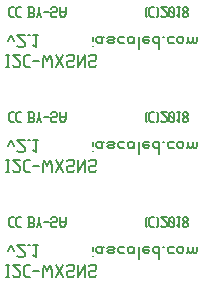
<source format=gbr>
G04 start of page 10 for group -4078 idx -4078 *
G04 Title: (unknown), bottomsilk *
G04 Creator: pcb 20140316 *
G04 CreationDate: Thu 29 Nov 2018 09:56:59 PM GMT UTC *
G04 For: railfan *
G04 Format: Gerber/RS-274X *
G04 PCB-Dimensions (mil): 900.00 970.00 *
G04 PCB-Coordinate-Origin: lower left *
%MOIN*%
%FSLAX25Y25*%
%LNBOTTOMSILK*%
%ADD41C,0.0080*%
G54D41*X39000Y80500D02*Y80600D01*
Y82000D02*Y83500D01*
X41500Y81500D02*X42000Y82000D01*
X40500Y81500D02*X41500D01*
X40000Y82000D02*X40500Y81500D01*
X40000Y82000D02*Y83000D01*
X40500Y83500D01*
X42000Y81500D02*Y83000D01*
X42500Y83500D01*
X40500D02*X41500D01*
X42000Y83000D01*
X44200Y83500D02*X45700D01*
X46200Y83000D01*
X45700Y82500D02*X46200Y83000D01*
X44200Y82500D02*X45700D01*
X43700Y82000D02*X44200Y82500D01*
X43700Y82000D02*X44200Y81500D01*
X45700D01*
X46200Y82000D01*
X43700Y83000D02*X44200Y83500D01*
X47900Y81500D02*X49400D01*
X47400Y82000D02*X47900Y81500D01*
X47400Y82000D02*Y83000D01*
X47900Y83500D01*
X49400D01*
X52100Y81500D02*X52600Y82000D01*
X51100Y81500D02*X52100D01*
X50600Y82000D02*X51100Y81500D01*
X50600Y82000D02*Y83000D01*
X51100Y83500D01*
X52600Y81500D02*Y83000D01*
X53100Y83500D01*
X51100D02*X52100D01*
X52600Y83000D01*
X54300Y79500D02*Y83000D01*
X54800Y83500D01*
X56300D02*X57800D01*
X55800Y83000D02*X56300Y83500D01*
X55800Y82000D02*Y83000D01*
Y82000D02*X56300Y81500D01*
X57300D01*
X57800Y82000D01*
X55800Y82500D02*X57800D01*
Y82000D02*Y82500D01*
X61000Y79500D02*Y83500D01*
X60500D02*X61000Y83000D01*
X59500Y83500D02*X60500D01*
X59000Y83000D02*X59500Y83500D01*
X59000Y82000D02*Y83000D01*
Y82000D02*X59500Y81500D01*
X60500D01*
X61000Y82000D01*
X62200Y83500D02*X62700D01*
X64400Y81500D02*X65900D01*
X63900Y82000D02*X64400Y81500D01*
X63900Y82000D02*Y83000D01*
X64400Y83500D01*
X65900D01*
X67100Y82000D02*Y83000D01*
Y82000D02*X67600Y81500D01*
X68600D01*
X69100Y82000D01*
Y83000D01*
X68600Y83500D02*X69100Y83000D01*
X67600Y83500D02*X68600D01*
X67100Y83000D02*X67600Y83500D01*
X70800Y82000D02*Y83500D01*
Y82000D02*X71300Y81500D01*
X71800D01*
X72300Y82000D01*
Y83500D01*
Y82000D02*X72800Y81500D01*
X73300D01*
X73800Y82000D01*
Y83500D01*
X70300Y81500D02*X70800Y82000D01*
X56500Y92965D02*X56885Y93350D01*
X56500Y90655D02*X56885Y90270D01*
X56500Y90655D02*Y92965D01*
X58348Y93350D02*X59349D01*
X57809Y92811D02*X58348Y93350D01*
X57809Y90809D02*Y92811D01*
Y90809D02*X58348Y90270D01*
X59349D01*
X60273D02*X60658Y90655D01*
Y92965D01*
X60273Y93350D02*X60658Y92965D01*
X61582Y90655D02*X61967Y90270D01*
X63122D01*
X63507Y90655D01*
Y91425D01*
X61582Y93350D02*X63507Y91425D01*
X61582Y93350D02*X63507D01*
X64431Y92965D02*X64816Y93350D01*
X64431Y90655D02*Y92965D01*
Y90655D02*X64816Y90270D01*
X65586D01*
X65971Y90655D01*
Y92965D01*
X65586Y93350D02*X65971Y92965D01*
X64816Y93350D02*X65586D01*
X64431Y92580D02*X65971Y91040D01*
X66895Y90886D02*X67511Y90270D01*
Y93350D01*
X66895D02*X68050D01*
X68974Y92965D02*X69359Y93350D01*
X68974Y92349D02*Y92965D01*
Y92349D02*X69513Y91810D01*
X69975D01*
X70514Y92349D01*
Y92965D01*
X70129Y93350D02*X70514Y92965D01*
X69359Y93350D02*X70129D01*
X68974Y91271D02*X69513Y91810D01*
X68974Y90655D02*Y91271D01*
Y90655D02*X69359Y90270D01*
X70129D01*
X70514Y90655D01*
Y91271D01*
X69975Y91810D02*X70514Y91271D01*
X56500Y57965D02*X56885Y58350D01*
X56500Y55655D02*X56885Y55270D01*
X56500Y55655D02*Y57965D01*
X58348Y58350D02*X59349D01*
X57809Y57811D02*X58348Y58350D01*
X57809Y55809D02*Y57811D01*
Y55809D02*X58348Y55270D01*
X59349D01*
X60273D02*X60658Y55655D01*
Y57965D01*
X60273Y58350D02*X60658Y57965D01*
X61582Y55655D02*X61967Y55270D01*
X63122D01*
X63507Y55655D01*
Y56425D01*
X61582Y58350D02*X63507Y56425D01*
X61582Y58350D02*X63507D01*
X64431Y57965D02*X64816Y58350D01*
X64431Y55655D02*Y57965D01*
Y55655D02*X64816Y55270D01*
X65586D01*
X65971Y55655D01*
Y57965D01*
X65586Y58350D02*X65971Y57965D01*
X64816Y58350D02*X65586D01*
X64431Y57580D02*X65971Y56040D01*
X66895Y55886D02*X67511Y55270D01*
Y58350D01*
X66895D02*X68050D01*
X68974Y57965D02*X69359Y58350D01*
X68974Y57349D02*Y57965D01*
Y57349D02*X69513Y56810D01*
X69975D01*
X70514Y57349D01*
Y57965D01*
X70129Y58350D02*X70514Y57965D01*
X69359Y58350D02*X70129D01*
X68974Y56271D02*X69513Y56810D01*
X68974Y55655D02*Y56271D01*
Y55655D02*X69359Y55270D01*
X70129D01*
X70514Y55655D01*
Y56271D01*
X69975Y56810D02*X70514Y56271D01*
X10000Y73500D02*X11000D01*
X10500D02*Y77500D01*
X10000D02*X11000D01*
X12200Y74000D02*X12700Y73500D01*
X14200D01*
X14700Y74000D01*
Y75000D01*
X12200Y77500D02*X14700Y75000D01*
X12200Y77500D02*X14700D01*
X16600D02*X17900D01*
X15900Y76800D02*X16600Y77500D01*
X15900Y74200D02*Y76800D01*
Y74200D02*X16600Y73500D01*
X17900D01*
X19100Y75500D02*X21100D01*
X22300Y73500D02*Y75500D01*
X22800Y77500D01*
X23800Y75500D01*
X24800Y77500D01*
X25300Y75500D01*
Y73500D02*Y75500D01*
X26500Y77500D02*X29000Y73500D01*
X26500D02*X29000Y77500D01*
X32200Y73500D02*X32700Y74000D01*
X30700Y73500D02*X32200D01*
X30200Y74000D02*X30700Y73500D01*
X30200Y74000D02*Y75000D01*
X30700Y75500D01*
X32200D01*
X32700Y76000D01*
Y77000D01*
X32200Y77500D02*X32700Y77000D01*
X30700Y77500D02*X32200D01*
X30200Y77000D02*X30700Y77500D01*
X33900Y73500D02*Y77500D01*
Y73500D02*X36400Y77500D01*
Y73500D02*Y77500D01*
X39600Y73500D02*X40100Y74000D01*
X38100Y73500D02*X39600D01*
X37600Y74000D02*X38100Y73500D01*
X37600Y74000D02*Y75000D01*
X38100Y75500D01*
X39600D01*
X40100Y76000D01*
Y77000D01*
X39600Y77500D02*X40100Y77000D01*
X38100Y77500D02*X39600D01*
X37600Y77000D02*X38100Y77500D01*
X11539Y93350D02*X12540D01*
X11000Y92811D02*X11539Y93350D01*
X11000Y90809D02*Y92811D01*
Y90809D02*X11539Y90270D01*
X12540D01*
X14003Y93350D02*X15004D01*
X13464Y92811D02*X14003Y93350D01*
X13464Y90809D02*Y92811D01*
Y90809D02*X14003Y90270D01*
X15004D01*
X17314Y93350D02*X18854D01*
X19239Y92965D01*
Y92041D02*Y92965D01*
X18854Y91656D02*X19239Y92041D01*
X17699Y91656D02*X18854D01*
X17699Y90270D02*Y93350D01*
X17314Y90270D02*X18854D01*
X19239Y90655D01*
Y91271D01*
X18854Y91656D02*X19239Y91271D01*
X20163Y90270D02*X20933Y91810D01*
X21703Y90270D01*
X20933Y91810D02*Y93350D01*
X22627Y91810D02*X24167D01*
X26631Y90270D02*X27016Y90655D01*
X25476Y90270D02*X26631D01*
X25091Y90655D02*X25476Y90270D01*
X25091Y90655D02*Y91425D01*
X25476Y91810D01*
X26631D01*
X27016Y92195D01*
Y92965D01*
X26631Y93350D02*X27016Y92965D01*
X25476Y93350D02*X26631D01*
X25091Y92965D02*X25476Y93350D01*
X27940Y91040D02*Y93350D01*
Y91040D02*X28479Y90270D01*
X29326D01*
X29865Y91040D01*
Y93350D01*
X27940Y91810D02*X29865D01*
X10500Y82000D02*X11500Y84000D01*
X12500Y82000D02*X11500Y84000D01*
X13700Y80500D02*X14200Y80000D01*
X15700D01*
X16200Y80500D01*
Y81500D01*
X13700Y84000D02*X16200Y81500D01*
X13700Y84000D02*X16200D01*
X17400D02*X17900D01*
X19100Y80800D02*X19900Y80000D01*
Y84000D01*
X19100D02*X20600D01*
X10000Y38500D02*X11000D01*
X10500D02*Y42500D01*
X10000D02*X11000D01*
X12200Y39000D02*X12700Y38500D01*
X14200D01*
X14700Y39000D01*
Y40000D01*
X12200Y42500D02*X14700Y40000D01*
X12200Y42500D02*X14700D01*
X16600D02*X17900D01*
X15900Y41800D02*X16600Y42500D01*
X15900Y39200D02*Y41800D01*
Y39200D02*X16600Y38500D01*
X17900D01*
X19100Y40500D02*X21100D01*
X22300Y38500D02*Y40500D01*
X22800Y42500D01*
X23800Y40500D01*
X24800Y42500D01*
X25300Y40500D01*
Y38500D02*Y40500D01*
X26500Y42500D02*X29000Y38500D01*
X26500D02*X29000Y42500D01*
X32200Y38500D02*X32700Y39000D01*
X30700Y38500D02*X32200D01*
X30200Y39000D02*X30700Y38500D01*
X30200Y39000D02*Y40000D01*
X30700Y40500D01*
X32200D01*
X32700Y41000D01*
Y42000D01*
X32200Y42500D02*X32700Y42000D01*
X30700Y42500D02*X32200D01*
X30200Y42000D02*X30700Y42500D01*
X33900Y38500D02*Y42500D01*
Y38500D02*X36400Y42500D01*
Y38500D02*Y42500D01*
X39600Y38500D02*X40100Y39000D01*
X38100Y38500D02*X39600D01*
X37600Y39000D02*X38100Y38500D01*
X37600Y39000D02*Y40000D01*
X38100Y40500D01*
X39600D01*
X40100Y41000D01*
Y42000D01*
X39600Y42500D02*X40100Y42000D01*
X38100Y42500D02*X39600D01*
X37600Y42000D02*X38100Y42500D01*
X39000Y45500D02*Y45600D01*
Y47000D02*Y48500D01*
X41500Y46500D02*X42000Y47000D01*
X40500Y46500D02*X41500D01*
X40000Y47000D02*X40500Y46500D01*
X40000Y47000D02*Y48000D01*
X40500Y48500D01*
X42000Y46500D02*Y48000D01*
X42500Y48500D01*
X40500D02*X41500D01*
X42000Y48000D01*
X44200Y48500D02*X45700D01*
X46200Y48000D01*
X45700Y47500D02*X46200Y48000D01*
X44200Y47500D02*X45700D01*
X43700Y47000D02*X44200Y47500D01*
X43700Y47000D02*X44200Y46500D01*
X45700D01*
X46200Y47000D01*
X43700Y48000D02*X44200Y48500D01*
X47900Y46500D02*X49400D01*
X47400Y47000D02*X47900Y46500D01*
X47400Y47000D02*Y48000D01*
X47900Y48500D01*
X49400D01*
X52100Y46500D02*X52600Y47000D01*
X51100Y46500D02*X52100D01*
X50600Y47000D02*X51100Y46500D01*
X50600Y47000D02*Y48000D01*
X51100Y48500D01*
X52600Y46500D02*Y48000D01*
X53100Y48500D01*
X51100D02*X52100D01*
X52600Y48000D01*
X54300Y44500D02*Y48000D01*
X54800Y48500D01*
X56300D02*X57800D01*
X55800Y48000D02*X56300Y48500D01*
X55800Y47000D02*Y48000D01*
Y47000D02*X56300Y46500D01*
X57300D01*
X57800Y47000D01*
X55800Y47500D02*X57800D01*
Y47000D02*Y47500D01*
X61000Y44500D02*Y48500D01*
X60500D02*X61000Y48000D01*
X59500Y48500D02*X60500D01*
X59000Y48000D02*X59500Y48500D01*
X59000Y47000D02*Y48000D01*
Y47000D02*X59500Y46500D01*
X60500D01*
X61000Y47000D01*
X62200Y48500D02*X62700D01*
X64400Y46500D02*X65900D01*
X63900Y47000D02*X64400Y46500D01*
X63900Y47000D02*Y48000D01*
X64400Y48500D01*
X65900D01*
X67100Y47000D02*Y48000D01*
Y47000D02*X67600Y46500D01*
X68600D01*
X69100Y47000D01*
Y48000D01*
X68600Y48500D02*X69100Y48000D01*
X67600Y48500D02*X68600D01*
X67100Y48000D02*X67600Y48500D01*
X70800Y47000D02*Y48500D01*
Y47000D02*X71300Y46500D01*
X71800D01*
X72300Y47000D01*
Y48500D01*
Y47000D02*X72800Y46500D01*
X73300D01*
X73800Y47000D01*
Y48500D01*
X70300Y46500D02*X70800Y47000D01*
X11539Y58350D02*X12540D01*
X11000Y57811D02*X11539Y58350D01*
X11000Y55809D02*Y57811D01*
Y55809D02*X11539Y55270D01*
X12540D01*
X14003Y58350D02*X15004D01*
X13464Y57811D02*X14003Y58350D01*
X13464Y55809D02*Y57811D01*
Y55809D02*X14003Y55270D01*
X15004D01*
X17314Y58350D02*X18854D01*
X19239Y57965D01*
Y57041D02*Y57965D01*
X18854Y56656D02*X19239Y57041D01*
X17699Y56656D02*X18854D01*
X17699Y55270D02*Y58350D01*
X17314Y55270D02*X18854D01*
X19239Y55655D01*
Y56271D01*
X18854Y56656D02*X19239Y56271D01*
X20163Y55270D02*X20933Y56810D01*
X21703Y55270D01*
X20933Y56810D02*Y58350D01*
X22627Y56810D02*X24167D01*
X26631Y55270D02*X27016Y55655D01*
X25476Y55270D02*X26631D01*
X25091Y55655D02*X25476Y55270D01*
X25091Y55655D02*Y56425D01*
X25476Y56810D01*
X26631D01*
X27016Y57195D01*
Y57965D01*
X26631Y58350D02*X27016Y57965D01*
X25476Y58350D02*X26631D01*
X25091Y57965D02*X25476Y58350D01*
X27940Y56040D02*Y58350D01*
Y56040D02*X28479Y55270D01*
X29326D01*
X29865Y56040D01*
Y58350D01*
X27940Y56810D02*X29865D01*
X10500Y47000D02*X11500Y49000D01*
X12500Y47000D02*X11500Y49000D01*
X13700Y45500D02*X14200Y45000D01*
X15700D01*
X16200Y45500D01*
Y46500D01*
X13700Y49000D02*X16200Y46500D01*
X13700Y49000D02*X16200D01*
X17400D02*X17900D01*
X19100Y45800D02*X19900Y45000D01*
Y49000D01*
X19100D02*X20600D01*
X10000Y3500D02*X11000D01*
X10500D02*Y7500D01*
X10000D02*X11000D01*
X12200Y4000D02*X12700Y3500D01*
X14200D01*
X14700Y4000D01*
Y5000D01*
X12200Y7500D02*X14700Y5000D01*
X12200Y7500D02*X14700D01*
X16600D02*X17900D01*
X15900Y6800D02*X16600Y7500D01*
X15900Y4200D02*Y6800D01*
Y4200D02*X16600Y3500D01*
X17900D01*
X19100Y5500D02*X21100D01*
X22300Y3500D02*Y5500D01*
X22800Y7500D01*
X23800Y5500D01*
X24800Y7500D01*
X25300Y5500D01*
Y3500D02*Y5500D01*
X26500Y7500D02*X29000Y3500D01*
X26500D02*X29000Y7500D01*
X32200Y3500D02*X32700Y4000D01*
X30700Y3500D02*X32200D01*
X30200Y4000D02*X30700Y3500D01*
X30200Y4000D02*Y5000D01*
X30700Y5500D01*
X32200D01*
X32700Y6000D01*
Y7000D01*
X32200Y7500D02*X32700Y7000D01*
X30700Y7500D02*X32200D01*
X30200Y7000D02*X30700Y7500D01*
X33900Y3500D02*Y7500D01*
Y3500D02*X36400Y7500D01*
Y3500D02*Y7500D01*
X39600Y3500D02*X40100Y4000D01*
X38100Y3500D02*X39600D01*
X37600Y4000D02*X38100Y3500D01*
X37600Y4000D02*Y5000D01*
X38100Y5500D01*
X39600D01*
X40100Y6000D01*
Y7000D01*
X39600Y7500D02*X40100Y7000D01*
X38100Y7500D02*X39600D01*
X37600Y7000D02*X38100Y7500D01*
X10500Y12000D02*X11500Y14000D01*
X12500Y12000D02*X11500Y14000D01*
X13700Y10500D02*X14200Y10000D01*
X15700D01*
X16200Y10500D01*
Y11500D01*
X13700Y14000D02*X16200Y11500D01*
X13700Y14000D02*X16200D01*
X17400D02*X17900D01*
X19100Y10800D02*X19900Y10000D01*
Y14000D01*
X19100D02*X20600D01*
X39000Y10500D02*Y10600D01*
Y12000D02*Y13500D01*
X41500Y11500D02*X42000Y12000D01*
X40500Y11500D02*X41500D01*
X40000Y12000D02*X40500Y11500D01*
X40000Y12000D02*Y13000D01*
X40500Y13500D01*
X42000Y11500D02*Y13000D01*
X42500Y13500D01*
X40500D02*X41500D01*
X42000Y13000D01*
X44200Y13500D02*X45700D01*
X46200Y13000D01*
X45700Y12500D02*X46200Y13000D01*
X44200Y12500D02*X45700D01*
X43700Y12000D02*X44200Y12500D01*
X43700Y12000D02*X44200Y11500D01*
X45700D01*
X46200Y12000D01*
X43700Y13000D02*X44200Y13500D01*
X47900Y11500D02*X49400D01*
X47400Y12000D02*X47900Y11500D01*
X47400Y12000D02*Y13000D01*
X47900Y13500D01*
X49400D01*
X52100Y11500D02*X52600Y12000D01*
X51100Y11500D02*X52100D01*
X50600Y12000D02*X51100Y11500D01*
X50600Y12000D02*Y13000D01*
X51100Y13500D01*
X52600Y11500D02*Y13000D01*
X53100Y13500D01*
X51100D02*X52100D01*
X52600Y13000D01*
X54300Y9500D02*Y13000D01*
X54800Y13500D01*
X56300D02*X57800D01*
X55800Y13000D02*X56300Y13500D01*
X55800Y12000D02*Y13000D01*
Y12000D02*X56300Y11500D01*
X57300D01*
X57800Y12000D01*
X55800Y12500D02*X57800D01*
Y12000D02*Y12500D01*
X61000Y9500D02*Y13500D01*
X60500D02*X61000Y13000D01*
X59500Y13500D02*X60500D01*
X59000Y13000D02*X59500Y13500D01*
X59000Y12000D02*Y13000D01*
Y12000D02*X59500Y11500D01*
X60500D01*
X61000Y12000D01*
X62200Y13500D02*X62700D01*
X64400Y11500D02*X65900D01*
X63900Y12000D02*X64400Y11500D01*
X63900Y12000D02*Y13000D01*
X64400Y13500D01*
X65900D01*
X67100Y12000D02*Y13000D01*
Y12000D02*X67600Y11500D01*
X68600D01*
X69100Y12000D01*
Y13000D01*
X68600Y13500D02*X69100Y13000D01*
X67600Y13500D02*X68600D01*
X67100Y13000D02*X67600Y13500D01*
X70800Y12000D02*Y13500D01*
Y12000D02*X71300Y11500D01*
X71800D01*
X72300Y12000D01*
Y13500D01*
Y12000D02*X72800Y11500D01*
X73300D01*
X73800Y12000D01*
Y13500D01*
X70300Y11500D02*X70800Y12000D01*
X11539Y23350D02*X12540D01*
X11000Y22811D02*X11539Y23350D01*
X11000Y20809D02*Y22811D01*
Y20809D02*X11539Y20270D01*
X12540D01*
X14003Y23350D02*X15004D01*
X13464Y22811D02*X14003Y23350D01*
X13464Y20809D02*Y22811D01*
Y20809D02*X14003Y20270D01*
X15004D01*
X17314Y23350D02*X18854D01*
X19239Y22965D01*
Y22041D02*Y22965D01*
X18854Y21656D02*X19239Y22041D01*
X17699Y21656D02*X18854D01*
X17699Y20270D02*Y23350D01*
X17314Y20270D02*X18854D01*
X19239Y20655D01*
Y21271D01*
X18854Y21656D02*X19239Y21271D01*
X20163Y20270D02*X20933Y21810D01*
X21703Y20270D01*
X20933Y21810D02*Y23350D01*
X22627Y21810D02*X24167D01*
X26631Y20270D02*X27016Y20655D01*
X25476Y20270D02*X26631D01*
X25091Y20655D02*X25476Y20270D01*
X25091Y20655D02*Y21425D01*
X25476Y21810D01*
X26631D01*
X27016Y22195D01*
Y22965D01*
X26631Y23350D02*X27016Y22965D01*
X25476Y23350D02*X26631D01*
X25091Y22965D02*X25476Y23350D01*
X27940Y21040D02*Y23350D01*
Y21040D02*X28479Y20270D01*
X29326D01*
X29865Y21040D01*
Y23350D01*
X27940Y21810D02*X29865D01*
X56500Y22965D02*X56885Y23350D01*
X56500Y20655D02*X56885Y20270D01*
X56500Y20655D02*Y22965D01*
X58348Y23350D02*X59349D01*
X57809Y22811D02*X58348Y23350D01*
X57809Y20809D02*Y22811D01*
Y20809D02*X58348Y20270D01*
X59349D01*
X60273D02*X60658Y20655D01*
Y22965D01*
X60273Y23350D02*X60658Y22965D01*
X61582Y20655D02*X61967Y20270D01*
X63122D01*
X63507Y20655D01*
Y21425D01*
X61582Y23350D02*X63507Y21425D01*
X61582Y23350D02*X63507D01*
X64431Y22965D02*X64816Y23350D01*
X64431Y20655D02*Y22965D01*
Y20655D02*X64816Y20270D01*
X65586D01*
X65971Y20655D01*
Y22965D01*
X65586Y23350D02*X65971Y22965D01*
X64816Y23350D02*X65586D01*
X64431Y22580D02*X65971Y21040D01*
X66895Y20886D02*X67511Y20270D01*
Y23350D01*
X66895D02*X68050D01*
X68974Y22965D02*X69359Y23350D01*
X68974Y22349D02*Y22965D01*
Y22349D02*X69513Y21810D01*
X69975D01*
X70514Y22349D01*
Y22965D01*
X70129Y23350D02*X70514Y22965D01*
X69359Y23350D02*X70129D01*
X68974Y21271D02*X69513Y21810D01*
X68974Y20655D02*Y21271D01*
Y20655D02*X69359Y20270D01*
X70129D01*
X70514Y20655D01*
Y21271D01*
X69975Y21810D02*X70514Y21271D01*
M02*

</source>
